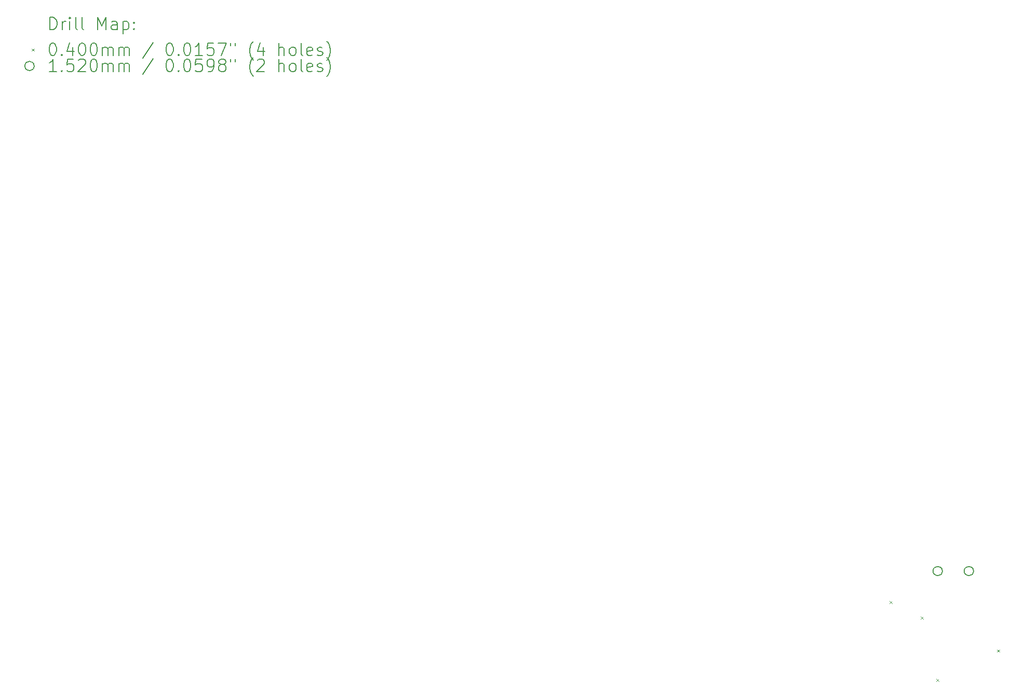
<source format=gbr>
%TF.GenerationSoftware,KiCad,Pcbnew,(6.0.10)*%
%TF.CreationDate,2023-02-16T14:17:13-08:00*%
%TF.ProjectId,lab4e2,6c616234-6532-42e6-9b69-6361645f7063,rev?*%
%TF.SameCoordinates,Original*%
%TF.FileFunction,Drillmap*%
%TF.FilePolarity,Positive*%
%FSLAX45Y45*%
G04 Gerber Fmt 4.5, Leading zero omitted, Abs format (unit mm)*
G04 Created by KiCad (PCBNEW (6.0.10)) date 2023-02-16 14:17:13*
%MOMM*%
%LPD*%
G01*
G04 APERTURE LIST*
%ADD10C,0.200000*%
%ADD11C,0.040000*%
%ADD12C,0.152000*%
G04 APERTURE END LIST*
D10*
D11*
X13950000Y-9632000D02*
X13990000Y-9672000D01*
X13990000Y-9632000D02*
X13950000Y-9672000D01*
X14458000Y-9886000D02*
X14498000Y-9926000D01*
X14498000Y-9886000D02*
X14458000Y-9926000D01*
X14712000Y-10902000D02*
X14752000Y-10942000D01*
X14752000Y-10902000D02*
X14712000Y-10942000D01*
X15697587Y-10424413D02*
X15737587Y-10464413D01*
X15737587Y-10424413D02*
X15697587Y-10464413D01*
D12*
X14808000Y-9144000D02*
G75*
G03*
X14808000Y-9144000I-76000J0D01*
G01*
X15316000Y-9144000D02*
G75*
G03*
X15316000Y-9144000I-76000J0D01*
G01*
D10*
X257619Y-310476D02*
X257619Y-110476D01*
X305238Y-110476D01*
X333810Y-120000D01*
X352857Y-139048D01*
X362381Y-158095D01*
X371905Y-196190D01*
X371905Y-224762D01*
X362381Y-262857D01*
X352857Y-281905D01*
X333810Y-300952D01*
X305238Y-310476D01*
X257619Y-310476D01*
X457619Y-310476D02*
X457619Y-177143D01*
X457619Y-215238D02*
X467143Y-196190D01*
X476667Y-186667D01*
X495714Y-177143D01*
X514762Y-177143D01*
X581429Y-310476D02*
X581429Y-177143D01*
X581429Y-110476D02*
X571905Y-120000D01*
X581429Y-129524D01*
X590952Y-120000D01*
X581429Y-110476D01*
X581429Y-129524D01*
X705238Y-310476D02*
X686190Y-300952D01*
X676667Y-281905D01*
X676667Y-110476D01*
X810000Y-310476D02*
X790952Y-300952D01*
X781428Y-281905D01*
X781428Y-110476D01*
X1038571Y-310476D02*
X1038571Y-110476D01*
X1105238Y-253333D01*
X1171905Y-110476D01*
X1171905Y-310476D01*
X1352857Y-310476D02*
X1352857Y-205714D01*
X1343333Y-186667D01*
X1324286Y-177143D01*
X1286190Y-177143D01*
X1267143Y-186667D01*
X1352857Y-300952D02*
X1333810Y-310476D01*
X1286190Y-310476D01*
X1267143Y-300952D01*
X1257619Y-281905D01*
X1257619Y-262857D01*
X1267143Y-243809D01*
X1286190Y-234286D01*
X1333810Y-234286D01*
X1352857Y-224762D01*
X1448095Y-177143D02*
X1448095Y-377143D01*
X1448095Y-186667D02*
X1467143Y-177143D01*
X1505238Y-177143D01*
X1524286Y-186667D01*
X1533809Y-196190D01*
X1543333Y-215238D01*
X1543333Y-272381D01*
X1533809Y-291429D01*
X1524286Y-300952D01*
X1505238Y-310476D01*
X1467143Y-310476D01*
X1448095Y-300952D01*
X1629048Y-291429D02*
X1638571Y-300952D01*
X1629048Y-310476D01*
X1619524Y-300952D01*
X1629048Y-291429D01*
X1629048Y-310476D01*
X1629048Y-186667D02*
X1638571Y-196190D01*
X1629048Y-205714D01*
X1619524Y-196190D01*
X1629048Y-186667D01*
X1629048Y-205714D01*
D11*
X-40000Y-620000D02*
X0Y-660000D01*
X0Y-620000D02*
X-40000Y-660000D01*
D10*
X295714Y-530476D02*
X314762Y-530476D01*
X333810Y-540000D01*
X343333Y-549524D01*
X352857Y-568571D01*
X362381Y-606667D01*
X362381Y-654286D01*
X352857Y-692381D01*
X343333Y-711428D01*
X333810Y-720952D01*
X314762Y-730476D01*
X295714Y-730476D01*
X276667Y-720952D01*
X267143Y-711428D01*
X257619Y-692381D01*
X248095Y-654286D01*
X248095Y-606667D01*
X257619Y-568571D01*
X267143Y-549524D01*
X276667Y-540000D01*
X295714Y-530476D01*
X448095Y-711428D02*
X457619Y-720952D01*
X448095Y-730476D01*
X438571Y-720952D01*
X448095Y-711428D01*
X448095Y-730476D01*
X629048Y-597143D02*
X629048Y-730476D01*
X581429Y-520952D02*
X533810Y-663810D01*
X657619Y-663810D01*
X771905Y-530476D02*
X790952Y-530476D01*
X810000Y-540000D01*
X819524Y-549524D01*
X829048Y-568571D01*
X838571Y-606667D01*
X838571Y-654286D01*
X829048Y-692381D01*
X819524Y-711428D01*
X810000Y-720952D01*
X790952Y-730476D01*
X771905Y-730476D01*
X752857Y-720952D01*
X743333Y-711428D01*
X733809Y-692381D01*
X724286Y-654286D01*
X724286Y-606667D01*
X733809Y-568571D01*
X743333Y-549524D01*
X752857Y-540000D01*
X771905Y-530476D01*
X962381Y-530476D02*
X981428Y-530476D01*
X1000476Y-540000D01*
X1010000Y-549524D01*
X1019524Y-568571D01*
X1029048Y-606667D01*
X1029048Y-654286D01*
X1019524Y-692381D01*
X1010000Y-711428D01*
X1000476Y-720952D01*
X981428Y-730476D01*
X962381Y-730476D01*
X943333Y-720952D01*
X933809Y-711428D01*
X924286Y-692381D01*
X914762Y-654286D01*
X914762Y-606667D01*
X924286Y-568571D01*
X933809Y-549524D01*
X943333Y-540000D01*
X962381Y-530476D01*
X1114762Y-730476D02*
X1114762Y-597143D01*
X1114762Y-616190D02*
X1124286Y-606667D01*
X1143333Y-597143D01*
X1171905Y-597143D01*
X1190952Y-606667D01*
X1200476Y-625714D01*
X1200476Y-730476D01*
X1200476Y-625714D02*
X1210000Y-606667D01*
X1229048Y-597143D01*
X1257619Y-597143D01*
X1276667Y-606667D01*
X1286190Y-625714D01*
X1286190Y-730476D01*
X1381429Y-730476D02*
X1381429Y-597143D01*
X1381429Y-616190D02*
X1390952Y-606667D01*
X1410000Y-597143D01*
X1438571Y-597143D01*
X1457619Y-606667D01*
X1467143Y-625714D01*
X1467143Y-730476D01*
X1467143Y-625714D02*
X1476667Y-606667D01*
X1495714Y-597143D01*
X1524286Y-597143D01*
X1543333Y-606667D01*
X1552857Y-625714D01*
X1552857Y-730476D01*
X1943333Y-520952D02*
X1771905Y-778095D01*
X2200476Y-530476D02*
X2219524Y-530476D01*
X2238571Y-540000D01*
X2248095Y-549524D01*
X2257619Y-568571D01*
X2267143Y-606667D01*
X2267143Y-654286D01*
X2257619Y-692381D01*
X2248095Y-711428D01*
X2238571Y-720952D01*
X2219524Y-730476D01*
X2200476Y-730476D01*
X2181429Y-720952D01*
X2171905Y-711428D01*
X2162381Y-692381D01*
X2152857Y-654286D01*
X2152857Y-606667D01*
X2162381Y-568571D01*
X2171905Y-549524D01*
X2181429Y-540000D01*
X2200476Y-530476D01*
X2352857Y-711428D02*
X2362381Y-720952D01*
X2352857Y-730476D01*
X2343333Y-720952D01*
X2352857Y-711428D01*
X2352857Y-730476D01*
X2486190Y-530476D02*
X2505238Y-530476D01*
X2524286Y-540000D01*
X2533810Y-549524D01*
X2543333Y-568571D01*
X2552857Y-606667D01*
X2552857Y-654286D01*
X2543333Y-692381D01*
X2533810Y-711428D01*
X2524286Y-720952D01*
X2505238Y-730476D01*
X2486190Y-730476D01*
X2467143Y-720952D01*
X2457619Y-711428D01*
X2448095Y-692381D01*
X2438571Y-654286D01*
X2438571Y-606667D01*
X2448095Y-568571D01*
X2457619Y-549524D01*
X2467143Y-540000D01*
X2486190Y-530476D01*
X2743333Y-730476D02*
X2629048Y-730476D01*
X2686190Y-730476D02*
X2686190Y-530476D01*
X2667143Y-559048D01*
X2648095Y-578095D01*
X2629048Y-587619D01*
X2924286Y-530476D02*
X2829048Y-530476D01*
X2819524Y-625714D01*
X2829048Y-616190D01*
X2848095Y-606667D01*
X2895714Y-606667D01*
X2914762Y-616190D01*
X2924286Y-625714D01*
X2933809Y-644762D01*
X2933809Y-692381D01*
X2924286Y-711428D01*
X2914762Y-720952D01*
X2895714Y-730476D01*
X2848095Y-730476D01*
X2829048Y-720952D01*
X2819524Y-711428D01*
X3000476Y-530476D02*
X3133809Y-530476D01*
X3048095Y-730476D01*
X3200476Y-530476D02*
X3200476Y-568571D01*
X3276667Y-530476D02*
X3276667Y-568571D01*
X3571905Y-806667D02*
X3562381Y-797143D01*
X3543333Y-768571D01*
X3533809Y-749524D01*
X3524286Y-720952D01*
X3514762Y-673333D01*
X3514762Y-635238D01*
X3524286Y-587619D01*
X3533809Y-559048D01*
X3543333Y-540000D01*
X3562381Y-511428D01*
X3571905Y-501905D01*
X3733809Y-597143D02*
X3733809Y-730476D01*
X3686190Y-520952D02*
X3638571Y-663810D01*
X3762381Y-663810D01*
X3990952Y-730476D02*
X3990952Y-530476D01*
X4076667Y-730476D02*
X4076667Y-625714D01*
X4067143Y-606667D01*
X4048095Y-597143D01*
X4019524Y-597143D01*
X4000476Y-606667D01*
X3990952Y-616190D01*
X4200476Y-730476D02*
X4181428Y-720952D01*
X4171905Y-711428D01*
X4162381Y-692381D01*
X4162381Y-635238D01*
X4171905Y-616190D01*
X4181428Y-606667D01*
X4200476Y-597143D01*
X4229048Y-597143D01*
X4248095Y-606667D01*
X4257619Y-616190D01*
X4267143Y-635238D01*
X4267143Y-692381D01*
X4257619Y-711428D01*
X4248095Y-720952D01*
X4229048Y-730476D01*
X4200476Y-730476D01*
X4381429Y-730476D02*
X4362381Y-720952D01*
X4352857Y-701905D01*
X4352857Y-530476D01*
X4533810Y-720952D02*
X4514762Y-730476D01*
X4476667Y-730476D01*
X4457619Y-720952D01*
X4448095Y-701905D01*
X4448095Y-625714D01*
X4457619Y-606667D01*
X4476667Y-597143D01*
X4514762Y-597143D01*
X4533810Y-606667D01*
X4543333Y-625714D01*
X4543333Y-644762D01*
X4448095Y-663810D01*
X4619524Y-720952D02*
X4638571Y-730476D01*
X4676667Y-730476D01*
X4695714Y-720952D01*
X4705238Y-701905D01*
X4705238Y-692381D01*
X4695714Y-673333D01*
X4676667Y-663810D01*
X4648095Y-663810D01*
X4629048Y-654286D01*
X4619524Y-635238D01*
X4619524Y-625714D01*
X4629048Y-606667D01*
X4648095Y-597143D01*
X4676667Y-597143D01*
X4695714Y-606667D01*
X4771905Y-806667D02*
X4781429Y-797143D01*
X4800476Y-768571D01*
X4810000Y-749524D01*
X4819524Y-720952D01*
X4829048Y-673333D01*
X4829048Y-635238D01*
X4819524Y-587619D01*
X4810000Y-559048D01*
X4800476Y-540000D01*
X4781429Y-511428D01*
X4771905Y-501905D01*
D12*
X0Y-904000D02*
G75*
G03*
X0Y-904000I-76000J0D01*
G01*
D10*
X362381Y-994476D02*
X248095Y-994476D01*
X305238Y-994476D02*
X305238Y-794476D01*
X286190Y-823048D01*
X267143Y-842095D01*
X248095Y-851619D01*
X448095Y-975428D02*
X457619Y-984952D01*
X448095Y-994476D01*
X438571Y-984952D01*
X448095Y-975428D01*
X448095Y-994476D01*
X638571Y-794476D02*
X543333Y-794476D01*
X533810Y-889714D01*
X543333Y-880190D01*
X562381Y-870667D01*
X610000Y-870667D01*
X629048Y-880190D01*
X638571Y-889714D01*
X648095Y-908762D01*
X648095Y-956381D01*
X638571Y-975428D01*
X629048Y-984952D01*
X610000Y-994476D01*
X562381Y-994476D01*
X543333Y-984952D01*
X533810Y-975428D01*
X724286Y-813524D02*
X733809Y-804000D01*
X752857Y-794476D01*
X800476Y-794476D01*
X819524Y-804000D01*
X829048Y-813524D01*
X838571Y-832571D01*
X838571Y-851619D01*
X829048Y-880190D01*
X714762Y-994476D01*
X838571Y-994476D01*
X962381Y-794476D02*
X981428Y-794476D01*
X1000476Y-804000D01*
X1010000Y-813524D01*
X1019524Y-832571D01*
X1029048Y-870667D01*
X1029048Y-918286D01*
X1019524Y-956381D01*
X1010000Y-975428D01*
X1000476Y-984952D01*
X981428Y-994476D01*
X962381Y-994476D01*
X943333Y-984952D01*
X933809Y-975428D01*
X924286Y-956381D01*
X914762Y-918286D01*
X914762Y-870667D01*
X924286Y-832571D01*
X933809Y-813524D01*
X943333Y-804000D01*
X962381Y-794476D01*
X1114762Y-994476D02*
X1114762Y-861143D01*
X1114762Y-880190D02*
X1124286Y-870667D01*
X1143333Y-861143D01*
X1171905Y-861143D01*
X1190952Y-870667D01*
X1200476Y-889714D01*
X1200476Y-994476D01*
X1200476Y-889714D02*
X1210000Y-870667D01*
X1229048Y-861143D01*
X1257619Y-861143D01*
X1276667Y-870667D01*
X1286190Y-889714D01*
X1286190Y-994476D01*
X1381429Y-994476D02*
X1381429Y-861143D01*
X1381429Y-880190D02*
X1390952Y-870667D01*
X1410000Y-861143D01*
X1438571Y-861143D01*
X1457619Y-870667D01*
X1467143Y-889714D01*
X1467143Y-994476D01*
X1467143Y-889714D02*
X1476667Y-870667D01*
X1495714Y-861143D01*
X1524286Y-861143D01*
X1543333Y-870667D01*
X1552857Y-889714D01*
X1552857Y-994476D01*
X1943333Y-784952D02*
X1771905Y-1042095D01*
X2200476Y-794476D02*
X2219524Y-794476D01*
X2238571Y-804000D01*
X2248095Y-813524D01*
X2257619Y-832571D01*
X2267143Y-870667D01*
X2267143Y-918286D01*
X2257619Y-956381D01*
X2248095Y-975428D01*
X2238571Y-984952D01*
X2219524Y-994476D01*
X2200476Y-994476D01*
X2181429Y-984952D01*
X2171905Y-975428D01*
X2162381Y-956381D01*
X2152857Y-918286D01*
X2152857Y-870667D01*
X2162381Y-832571D01*
X2171905Y-813524D01*
X2181429Y-804000D01*
X2200476Y-794476D01*
X2352857Y-975428D02*
X2362381Y-984952D01*
X2352857Y-994476D01*
X2343333Y-984952D01*
X2352857Y-975428D01*
X2352857Y-994476D01*
X2486190Y-794476D02*
X2505238Y-794476D01*
X2524286Y-804000D01*
X2533810Y-813524D01*
X2543333Y-832571D01*
X2552857Y-870667D01*
X2552857Y-918286D01*
X2543333Y-956381D01*
X2533810Y-975428D01*
X2524286Y-984952D01*
X2505238Y-994476D01*
X2486190Y-994476D01*
X2467143Y-984952D01*
X2457619Y-975428D01*
X2448095Y-956381D01*
X2438571Y-918286D01*
X2438571Y-870667D01*
X2448095Y-832571D01*
X2457619Y-813524D01*
X2467143Y-804000D01*
X2486190Y-794476D01*
X2733810Y-794476D02*
X2638571Y-794476D01*
X2629048Y-889714D01*
X2638571Y-880190D01*
X2657619Y-870667D01*
X2705238Y-870667D01*
X2724286Y-880190D01*
X2733810Y-889714D01*
X2743333Y-908762D01*
X2743333Y-956381D01*
X2733810Y-975428D01*
X2724286Y-984952D01*
X2705238Y-994476D01*
X2657619Y-994476D01*
X2638571Y-984952D01*
X2629048Y-975428D01*
X2838571Y-994476D02*
X2876667Y-994476D01*
X2895714Y-984952D01*
X2905238Y-975428D01*
X2924286Y-946857D01*
X2933809Y-908762D01*
X2933809Y-832571D01*
X2924286Y-813524D01*
X2914762Y-804000D01*
X2895714Y-794476D01*
X2857619Y-794476D01*
X2838571Y-804000D01*
X2829048Y-813524D01*
X2819524Y-832571D01*
X2819524Y-880190D01*
X2829048Y-899238D01*
X2838571Y-908762D01*
X2857619Y-918286D01*
X2895714Y-918286D01*
X2914762Y-908762D01*
X2924286Y-899238D01*
X2933809Y-880190D01*
X3048095Y-880190D02*
X3029048Y-870667D01*
X3019524Y-861143D01*
X3010000Y-842095D01*
X3010000Y-832571D01*
X3019524Y-813524D01*
X3029048Y-804000D01*
X3048095Y-794476D01*
X3086190Y-794476D01*
X3105238Y-804000D01*
X3114762Y-813524D01*
X3124286Y-832571D01*
X3124286Y-842095D01*
X3114762Y-861143D01*
X3105238Y-870667D01*
X3086190Y-880190D01*
X3048095Y-880190D01*
X3029048Y-889714D01*
X3019524Y-899238D01*
X3010000Y-918286D01*
X3010000Y-956381D01*
X3019524Y-975428D01*
X3029048Y-984952D01*
X3048095Y-994476D01*
X3086190Y-994476D01*
X3105238Y-984952D01*
X3114762Y-975428D01*
X3124286Y-956381D01*
X3124286Y-918286D01*
X3114762Y-899238D01*
X3105238Y-889714D01*
X3086190Y-880190D01*
X3200476Y-794476D02*
X3200476Y-832571D01*
X3276667Y-794476D02*
X3276667Y-832571D01*
X3571905Y-1070667D02*
X3562381Y-1061143D01*
X3543333Y-1032571D01*
X3533809Y-1013524D01*
X3524286Y-984952D01*
X3514762Y-937333D01*
X3514762Y-899238D01*
X3524286Y-851619D01*
X3533809Y-823048D01*
X3543333Y-804000D01*
X3562381Y-775428D01*
X3571905Y-765905D01*
X3638571Y-813524D02*
X3648095Y-804000D01*
X3667143Y-794476D01*
X3714762Y-794476D01*
X3733809Y-804000D01*
X3743333Y-813524D01*
X3752857Y-832571D01*
X3752857Y-851619D01*
X3743333Y-880190D01*
X3629048Y-994476D01*
X3752857Y-994476D01*
X3990952Y-994476D02*
X3990952Y-794476D01*
X4076667Y-994476D02*
X4076667Y-889714D01*
X4067143Y-870667D01*
X4048095Y-861143D01*
X4019524Y-861143D01*
X4000476Y-870667D01*
X3990952Y-880190D01*
X4200476Y-994476D02*
X4181428Y-984952D01*
X4171905Y-975428D01*
X4162381Y-956381D01*
X4162381Y-899238D01*
X4171905Y-880190D01*
X4181428Y-870667D01*
X4200476Y-861143D01*
X4229048Y-861143D01*
X4248095Y-870667D01*
X4257619Y-880190D01*
X4267143Y-899238D01*
X4267143Y-956381D01*
X4257619Y-975428D01*
X4248095Y-984952D01*
X4229048Y-994476D01*
X4200476Y-994476D01*
X4381429Y-994476D02*
X4362381Y-984952D01*
X4352857Y-965905D01*
X4352857Y-794476D01*
X4533810Y-984952D02*
X4514762Y-994476D01*
X4476667Y-994476D01*
X4457619Y-984952D01*
X4448095Y-965905D01*
X4448095Y-889714D01*
X4457619Y-870667D01*
X4476667Y-861143D01*
X4514762Y-861143D01*
X4533810Y-870667D01*
X4543333Y-889714D01*
X4543333Y-908762D01*
X4448095Y-927809D01*
X4619524Y-984952D02*
X4638571Y-994476D01*
X4676667Y-994476D01*
X4695714Y-984952D01*
X4705238Y-965905D01*
X4705238Y-956381D01*
X4695714Y-937333D01*
X4676667Y-927809D01*
X4648095Y-927809D01*
X4629048Y-918286D01*
X4619524Y-899238D01*
X4619524Y-889714D01*
X4629048Y-870667D01*
X4648095Y-861143D01*
X4676667Y-861143D01*
X4695714Y-870667D01*
X4771905Y-1070667D02*
X4781429Y-1061143D01*
X4800476Y-1032571D01*
X4810000Y-1013524D01*
X4819524Y-984952D01*
X4829048Y-937333D01*
X4829048Y-899238D01*
X4819524Y-851619D01*
X4810000Y-823048D01*
X4800476Y-804000D01*
X4781429Y-775428D01*
X4771905Y-765905D01*
M02*

</source>
